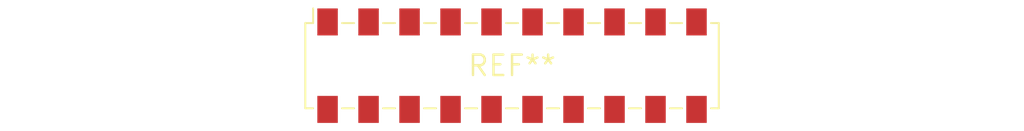
<source format=kicad_pcb>
(kicad_pcb (version 20240108) (generator pcbnew)
  (layers (0 "F.Cu" signal) (31 "B.Cu" signal) (34 "B.Paste" user) (35 "F.Paste" user) (36 "B.SilkS" user "B.Silkscreen") (37 "F.SilkS" user "F.Silkscreen") (38 "B.Mask" user) (39 "F.Mask" user) (44 "Edge.Cuts" user))
  (net 0 "")
  (footprint "Samtec_HLE-110-02-xxx-DV-BE-LC_2x10_P2.54mm_Horizontal" (layer "F.Cu") (at 0 0)
    (property "Reference" "REF**")
    (property "Value" "Samtec_HLE-110-02-xxx-DV-BE-LC_2x10_P2.54mm_Horizontal")
    (fp_line (start -12.81 -2.65) (end -12.81 2.65) (layer "F.SilkS") (stroke (width 0.12)))
    (fp_line (start -12.81 2.65) (end -12.325 2.65) (layer "F.SilkS") (stroke (width 0.12)))
    (fp_line (start -12.325 -3.56) (end -12.325 -2.65) (layer "F.SilkS") (stroke (width 0.12)))
    (fp_line (start -12.325 -2.65) (end -12.81 -2.65) (layer "F.SilkS") (stroke (width 0.12)))
    (fp_line (start -10.535 -2.65) (end -9.785 -2.65) (layer "F.SilkS") (stroke (width 0.12)))
    (fp_line (start -10.535 2.65) (end -9.785 2.65) (layer "F.SilkS") (stroke (width 0.12)))
    (fp_line (start -7.995 -2.65) (end -7.245 -2.65) (layer "F.SilkS") (stroke (width 0.12)))
    (fp_line (start -7.995 2.65) (end -7.245 2.65) (layer "F.SilkS") (stroke (width 0.12)))
    (fp_line (start -5.455 -2.65) (end -4.705 -2.65) (layer "F.SilkS") (stroke (width 0.12)))
    (fp_line (start -5.455 2.65) (end -4.705 2.65) (layer "F.SilkS") (stroke (width 0.12)))
    (fp_line (start -2.915 -2.65) (end -2.165 -2.65) (layer "F.SilkS") (stroke (width 0.12)))
    (fp_line (start -2.915 2.65) (end -2.165 2.65) (layer "F.SilkS") (stroke (width 0.12)))
    (fp_line (start -0.375 -2.65) (end 0.375 -2.65) (layer "F.SilkS") (stroke (width 0.12)))
    (fp_line (start -0.375 2.65) (end 0.375 2.65) (layer "F.SilkS") (stroke (width 0.12)))
    (fp_line (start 2.165 -2.65) (end 2.915 -2.65) (layer "F.SilkS") (stroke (width 0.12)))
    (fp_line (start 2.165 2.65) (end 2.915 2.65) (layer "F.SilkS") (stroke (width 0.12)))
    (fp_line (start 4.705 -2.65) (end 5.455 -2.65) (layer "F.SilkS") (stroke (width 0.12)))
    (fp_line (start 4.705 2.65) (end 5.455 2.65) (layer "F.SilkS") (stroke (width 0.12)))
    (fp_line (start 7.245 -2.65) (end 7.995 -2.65) (layer "F.SilkS") (stroke (width 0.12)))
    (fp_line (start 7.245 2.65) (end 7.995 2.65) (layer "F.SilkS") (stroke (width 0.12)))
    (fp_line (start 9.785 -2.65) (end 10.535 -2.65) (layer "F.SilkS") (stroke (width 0.12)))
    (fp_line (start 9.785 2.65) (end 10.535 2.65) (layer "F.SilkS") (stroke (width 0.12)))
    (fp_line (start 12.325 -2.65) (end 12.81 -2.65) (layer "F.SilkS") (stroke (width 0.12)))
    (fp_line (start 12.81 -2.65) (end 12.81 2.65) (layer "F.SilkS") (stroke (width 0.12)))
    (fp_line (start 12.81 2.65) (end 12.325 2.65) (layer "F.SilkS") (stroke (width 0.12)))
    (pad "" np_thru_hole circle (at -11.43 -1.27) (size 0.97 0.97) (drill 0.97) (layers *.Cu *.Mask))
    (pad "" np_thru_hole circle (at -11.43 1.27) (size 0.97 0.97) (drill 0.97) (layers *.Cu *.Mask))
    (pad "" np_thru_hole circle (at -10.16 0) (size 1.19 1.19) (drill 1.19) (layers *.Cu *.Mask))
    (pad "" np_thru_hole circle (at -8.89 -1.27) (size 0.97 0.97) (drill 0.97) (layers *.Cu *.Mask))
    (pad "" np_thru_hole circle (at -8.89 1.27) (size 0.97 0.97) (drill 0.97) (layers *.Cu *.Mask))
    (pad "" np_thru_hole circle (at -6.35 -1.27) (size 0.97 0.97) (drill 0.97) (layers *.Cu *.Mask))
    (pad "" np_thru_hole circle (at -6.35 1.27) (size 0.97 0.97) (drill 0.97) (layers *.Cu *.Mask))
    (pad "" np_thru_hole circle (at -3.81 -1.27) (size 0.97 0.97) (drill 0.97) (layers *.Cu *.Mask))
    (pad "" np_thru_hole circle (at -3.81 1.27) (size 0.97 0.97) (drill 0.97) (layers *.Cu *.Mask))
    (pad "" np_thru_hole circle (at -1.27 -1.27) (size 0.97 0.97) (drill 0.97) (layers *.Cu *.Mask))
    (pad "" np_thru_hole circle (at -1.27 1.27) (size 0.97 0.97) (drill 0.97) (layers *.Cu *.Mask))
    (pad "" np_thru_hole circle (at 1.27 -1.27) (size 0.97 0.97) (drill 0.97) (layers *.Cu *.Mask))
    (pad "" np_thru_hole circle (at 1.27 1.27) (size 0.97 0.97) (drill 0.97) (layers *.Cu *.Mask))
    (pad "" np_thru_hole circle (at 3.81 -1.27) (size 0.97 0.97) (drill 0.97) (layers *.Cu *.Mask))
    (pad "" np_thru_hole circle (at 3.81 1.27) (size 0.97 0.97) (drill 0.97) (layers *.Cu *.Mask))
    (pad "" np_thru_hole circle (at 6.35 -1.27) (size 0.97 0.97) (drill 0.97) (layers *.Cu *.Mask))
    (pad "" np_thru_hole circle (at 6.35 1.27) (size 0.97 0.97) (drill 0.97) (layers *.Cu *.Mask))
    (pad "" np_thru_hole circle (at 8.89 -1.27) (size 0.97 0.97) (drill 0.97) (layers *.Cu *.Mask))
    (pad "" np_thru_hole circle (at 8.89 1.27) (size 0.97 0.97) (drill 0.97) (layers *.Cu *.Mask))
    (pad "" np_thru_hole circle (at 10.16 0) (size 1.19 1.19) (drill 1.19) (layers *.Cu *.Mask))
    (pad "" np_thru_hole circle (at 11.43 -1.27) (size 0.97 0.97) (drill 0.97) (layers *.Cu *.Mask))
    (pad "" np_thru_hole circle (at 11.43 1.27) (size 0.97 0.97) (drill 0.97) (layers *.Cu *.Mask))
    (pad "1" smd rect (at -11.43 -2.72) (size 1.27 1.68) (layers "F.Cu" "F.Paste" "F.Mask"))
    (pad "2" smd rect (at -11.43 2.72) (size 1.27 1.68) (layers "F.Cu" "F.Paste" "F.Mask"))
    (pad "3" smd rect (at -8.89 -2.72) (size 1.27 1.68) (layers "F.Cu" "F.Paste" "F.Mask"))
    (pad "4" smd rect (at -8.89 2.72) (size 1.27 1.68) (layers "F.Cu" "F.Paste" "F.Mask"))
    (pad "5" smd rect (at -6.35 -2.72) (size 1.27 1.68) (layers "F.Cu" "F.Paste" "F.Mask"))
    (pad "6" smd rect (at -6.35 2.72) (size 1.27 1.68) (layers "F.Cu" "F.Paste" "F.Mask"))
    (pad "7" smd rect (at -3.81 -2.72) (size 1.27 1.68) (layers "F.Cu" "F.Paste" "F.Mask"))
    (pad "8" smd rect (at -3.81 2.72) (size 1.27 1.68) (layers "F.Cu" "F.Paste" "F.Mask"))
    (pad "9" smd rect (at -1.27 -2.72) (size 1.27 1.68) (layers "F.Cu" "F.Paste" "F.Mask"))
    (pad "10" smd rect (at -1.27 2.72) (size 1.27 1.68) (layers "F.Cu" "F.Paste" "F.Mask"))
    (pad "11" smd rect (at 1.27 -2.72) (size 1.27 1.68) (layers "F.Cu" "F.Paste" "F.Mask"))
    (pad "12" smd rect (at 1.27 2.72) (size 1.27 1.68) (layers "F.Cu" "F.Paste" "F.Mask"))
    (pad "13" smd rect (at 3.81 -2.72) (size 1.27 1.68) (layers "F.Cu" "F.Paste" "F.Mask"))
    (pad "14" smd rect (at 3.81 2.72) (size 1.27 1.68) (layers "F.Cu" "F.Paste" "F.Mask"))
    (pad "15" smd rect (at 6.35 -2.72) (size 1.27 1.68) (layers "F.Cu" "F.Paste" "F.Mask"))
    (pad "16" smd rect (at 6.35 2.72) (size 1.27 1.68) (layers "F.Cu" "F.Paste" "F.Mask"))
    (pad "17" smd rect (at 8.89 -2.72) (size 1.27 1.68) (layers "F.Cu" "F.Paste" "F.Mask"))
    (pad "18" smd rect (at 8.89 2.72) (size 1.27 1.68) (layers "F.Cu" "F.Paste" "F.Mask"))
    (pad "19" smd rect (at 11.43 -2.72) (size 1.27 1.68) (layers "F.Cu" "F.Paste" "F.Mask"))
    (pad "20" smd rect (at 11.43 2.72) (size 1.27 1.68) (layers "F.Cu" "F.Paste" "F.Mask"))
  )
)
</source>
